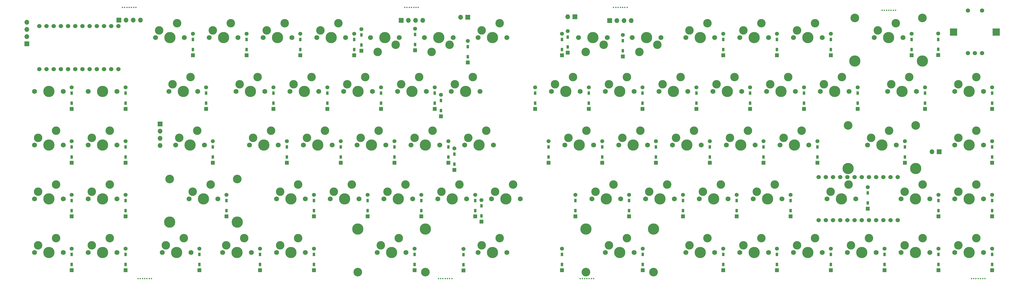
<source format=gts>
%TF.GenerationSoftware,KiCad,Pcbnew,8.0.8*%
%TF.CreationDate,2025-04-15T18:10:27+09:00*%
%TF.ProjectId,sswkbd_wiring,7373776b-6264-45f7-9769-72696e672e6b,rev?*%
%TF.SameCoordinates,Original*%
%TF.FileFunction,Soldermask,Top*%
%TF.FilePolarity,Negative*%
%FSLAX46Y46*%
G04 Gerber Fmt 4.6, Leading zero omitted, Abs format (unit mm)*
G04 Created by KiCad (PCBNEW 8.0.8) date 2025-04-15 18:10:27*
%MOMM*%
%LPD*%
G01*
G04 APERTURE LIST*
%ADD10R,1.397000X1.397000*%
%ADD11R,0.950000X1.300000*%
%ADD12C,1.397000*%
%ADD13C,1.750000*%
%ADD14C,3.000000*%
%ADD15C,3.987800*%
%ADD16C,3.048000*%
%ADD17C,0.500000*%
%ADD18R,1.700000X1.700000*%
%ADD19O,1.700000X1.700000*%
%ADD20C,1.524000*%
%ADD21R,2.500000X2.500000*%
%ADD22C,1.500000*%
G04 APERTURE END LIST*
D10*
%TO.C,D32*%
X366509249Y-98964950D03*
D11*
X366509249Y-96929950D03*
X366509249Y-93379950D03*
D12*
X366509249Y-91344950D03*
%TD*%
D13*
%TO.C,SW13*%
X296333000Y-73760000D03*
D14*
X297603000Y-71220000D03*
D15*
X301413000Y-73760000D03*
D14*
X303953000Y-68680000D03*
D13*
X306493000Y-73760000D03*
%TD*%
D10*
%TO.C,D67*%
X86461999Y-156014950D03*
D11*
X86461999Y-153979950D03*
X86461999Y-150429950D03*
D12*
X86461999Y-148394950D03*
%TD*%
D10*
%TO.C,D50*%
X60336999Y-137014950D03*
D11*
X60336999Y-134979950D03*
X60336999Y-131429950D03*
D12*
X60336999Y-129394950D03*
%TD*%
D10*
%TO.C,D73*%
X243034249Y-156014950D03*
D11*
X243034249Y-153979950D03*
X243034249Y-150429950D03*
D12*
X243034249Y-148394950D03*
%TD*%
D10*
%TO.C,D46*%
X304759249Y-117989950D03*
D11*
X304759249Y-115954950D03*
X304759249Y-112404950D03*
D12*
X304759249Y-110369950D03*
%TD*%
D13*
%TO.C,SW6*%
X176071250Y-73760000D03*
D14*
X174801250Y-76300000D03*
D15*
X170991250Y-73760000D03*
D14*
X168451250Y-78840000D03*
D13*
X165911250Y-73760000D03*
%TD*%
D10*
%TO.C,D38*%
X155361999Y-117989950D03*
D11*
X155361999Y-115954950D03*
X155361999Y-112404950D03*
D12*
X155361999Y-110369950D03*
%TD*%
D10*
%TO.C,D76*%
X309509249Y-156014950D03*
D11*
X309509249Y-153979950D03*
X309509249Y-150429950D03*
D12*
X309509249Y-148394950D03*
%TD*%
D10*
%TO.C,D74*%
X271509249Y-156014950D03*
D11*
X271509249Y-153979950D03*
X271509249Y-150429950D03*
D12*
X271509249Y-148394950D03*
%TD*%
D10*
%TO.C,D52*%
X126861999Y-137014950D03*
D11*
X126861999Y-134979950D03*
X126861999Y-131429950D03*
D12*
X126861999Y-129394950D03*
%TD*%
D10*
%TO.C,D39*%
X174361999Y-117989950D03*
D11*
X174361999Y-115954950D03*
X174361999Y-112404950D03*
D12*
X174361999Y-110369950D03*
%TD*%
D10*
%TO.C,D15*%
X347491000Y-79958000D03*
D11*
X347491000Y-77923000D03*
X347491000Y-74373000D03*
D12*
X347491000Y-72338000D03*
%TD*%
D10*
%TO.C,D44*%
X266759249Y-117989950D03*
D11*
X266759249Y-115954950D03*
X266759249Y-112404950D03*
D12*
X266759249Y-110369950D03*
%TD*%
D13*
%TO.C,SW50*%
X47160750Y-130760000D03*
D14*
X48430750Y-128220000D03*
D15*
X52240750Y-130760000D03*
D14*
X54780750Y-125680000D03*
D13*
X57320750Y-130760000D03*
%TD*%
%TO.C,SW28*%
X267833000Y-92760000D03*
D14*
X269103000Y-90220000D03*
D15*
X272913000Y-92760000D03*
D14*
X275453000Y-87680000D03*
D13*
X277993000Y-92760000D03*
%TD*%
%TO.C,SW75*%
X277333000Y-149760000D03*
D14*
X278603000Y-147220000D03*
D15*
X282413000Y-149760000D03*
D14*
X284953000Y-144680000D03*
D13*
X287493000Y-149760000D03*
%TD*%
D10*
%TO.C,D4*%
X141111999Y-79964950D03*
D11*
X141111999Y-77929950D03*
X141111999Y-74379950D03*
D12*
X141111999Y-72344950D03*
%TD*%
D13*
%TO.C,SW2*%
X89910750Y-73760000D03*
D14*
X91180750Y-71220000D03*
D15*
X94990750Y-73760000D03*
D14*
X97530750Y-68680000D03*
D13*
X100070750Y-73760000D03*
%TD*%
%TO.C,SW22*%
X156410750Y-92760000D03*
D14*
X157680750Y-90220000D03*
D15*
X161490750Y-92760000D03*
D14*
X164030750Y-87680000D03*
D13*
X166570750Y-92760000D03*
%TD*%
D10*
%TO.C,D43*%
X247759249Y-117989950D03*
D11*
X247759249Y-115954950D03*
X247759249Y-112404950D03*
D12*
X247759249Y-110369950D03*
%TD*%
D13*
%TO.C,SW53*%
X132660750Y-130760000D03*
D14*
X133930750Y-128220000D03*
D15*
X137740750Y-130760000D03*
D14*
X140280750Y-125680000D03*
D13*
X142820750Y-130760000D03*
%TD*%
%TO.C,SW66*%
X47160750Y-149760000D03*
D14*
X48430750Y-147220000D03*
D15*
X52240750Y-149760000D03*
D14*
X54780750Y-144680000D03*
D13*
X57320750Y-149760000D03*
%TD*%
D10*
%TO.C,D41*%
X209759249Y-117989950D03*
D11*
X209759249Y-115954950D03*
X209759249Y-112404950D03*
D12*
X209759249Y-110369950D03*
%TD*%
D10*
%TO.C,D1*%
X84111999Y-79964950D03*
D11*
X84111999Y-77929950D03*
X84111999Y-74379950D03*
D12*
X84111999Y-72344950D03*
%TD*%
D13*
%TO.C,SW18*%
X75660750Y-92760000D03*
D14*
X76930750Y-90220000D03*
D15*
X80740750Y-92760000D03*
D14*
X83280750Y-87680000D03*
D13*
X85820750Y-92760000D03*
%TD*%
%TO.C,SW26*%
X229833000Y-92760000D03*
D14*
X231103000Y-90220000D03*
D15*
X234913000Y-92760000D03*
D14*
X237453000Y-87680000D03*
D13*
X239993000Y-92760000D03*
%TD*%
D10*
%TO.C,D11*%
X271509249Y-79964950D03*
D11*
X271509249Y-77929950D03*
X271509249Y-74379950D03*
D12*
X271509249Y-72344950D03*
%TD*%
D13*
%TO.C,SW29*%
X286833000Y-92760000D03*
D14*
X288103000Y-90220000D03*
D15*
X291913000Y-92760000D03*
D14*
X294453000Y-87680000D03*
D13*
X296993000Y-92760000D03*
%TD*%
D10*
%TO.C,D51*%
X95961999Y-137014950D03*
D11*
X95961999Y-134979950D03*
X95961999Y-131429950D03*
D12*
X95961999Y-129394950D03*
%TD*%
D13*
%TO.C,SW67*%
X73285750Y-149760000D03*
D14*
X74555750Y-147220000D03*
D15*
X78365750Y-149760000D03*
D14*
X80905750Y-144680000D03*
D13*
X83445750Y-149760000D03*
%TD*%
%TO.C,SW77*%
X315333000Y-149760000D03*
D14*
X316603000Y-147220000D03*
D15*
X320413000Y-149760000D03*
D14*
X322953000Y-144680000D03*
D13*
X325493000Y-149760000D03*
%TD*%
D15*
%TO.C,SW73*%
X223000000Y-141505000D03*
D16*
X223000000Y-156745000D03*
D13*
X229858000Y-149760000D03*
D14*
X231128000Y-147220000D03*
D15*
X234938000Y-149760000D03*
D14*
X237478000Y-144680000D03*
D13*
X240018000Y-149760000D03*
D15*
X246876000Y-141505000D03*
D16*
X246876000Y-156745000D03*
%TD*%
D13*
%TO.C,SW43*%
X234583000Y-111760000D03*
D14*
X235853000Y-109220000D03*
D15*
X239663000Y-111760000D03*
D14*
X242203000Y-106680000D03*
D13*
X244743000Y-111760000D03*
%TD*%
D10*
%TO.C,D59*%
X257259249Y-137014950D03*
D11*
X257259249Y-134979950D03*
X257259249Y-131429950D03*
D12*
X257259249Y-129394950D03*
%TD*%
D10*
%TO.C,D9*%
X216600000Y-79110000D03*
D11*
X216600000Y-77075000D03*
X216600000Y-73525000D03*
D12*
X216600000Y-71490000D03*
%TD*%
D10*
%TO.C,D3*%
X122111999Y-79964950D03*
D11*
X122111999Y-77929950D03*
X122111999Y-74379950D03*
D12*
X122111999Y-72344950D03*
%TD*%
D17*
%TO.C,BT1*%
X69505796Y-158960000D03*
X68714129Y-158960000D03*
X67922463Y-158960000D03*
X67130796Y-158960000D03*
X66339129Y-158960000D03*
X65547463Y-158960000D03*
X64755796Y-158960000D03*
%TD*%
D15*
%TO.C,SW70*%
X142402750Y-141505000D03*
D16*
X142402750Y-156745000D03*
D13*
X149260750Y-149760000D03*
D14*
X150530750Y-147220000D03*
D15*
X154340750Y-149760000D03*
D14*
X156880750Y-144680000D03*
D13*
X159420750Y-149760000D03*
D15*
X166278750Y-141505000D03*
D16*
X166278750Y-156745000D03*
%TD*%
D13*
%TO.C,SW68*%
X94660750Y-149760000D03*
D14*
X95930750Y-147220000D03*
D15*
X99740750Y-149760000D03*
D14*
X102280750Y-144680000D03*
D13*
X104820750Y-149760000D03*
%TD*%
D10*
%TO.C,D42*%
X228759249Y-117989950D03*
D11*
X228759249Y-115954950D03*
X228759249Y-112404950D03*
D12*
X228759249Y-110369950D03*
%TD*%
D13*
%TO.C,SW23*%
X175410750Y-92760000D03*
D14*
X176680750Y-90220000D03*
D15*
X180490750Y-92760000D03*
D14*
X183030750Y-87680000D03*
D13*
X185570750Y-92760000D03*
%TD*%
%TO.C,SW76*%
X296333000Y-149760000D03*
D14*
X297603000Y-147220000D03*
D15*
X301413000Y-149760000D03*
D14*
X303953000Y-144680000D03*
D13*
X306493000Y-149760000D03*
%TD*%
D10*
%TO.C,D64*%
X366509249Y-137014950D03*
D11*
X366509249Y-134979950D03*
X366509249Y-131429950D03*
D12*
X366509249Y-129394950D03*
%TD*%
D10*
%TO.C,D23*%
X171795000Y-101590000D03*
D11*
X171795000Y-99555000D03*
X171795000Y-96005000D03*
D12*
X171795000Y-93970000D03*
%TD*%
D10*
%TO.C,D33*%
X41336999Y-117989950D03*
D11*
X41336999Y-115954950D03*
X41336999Y-112404950D03*
D12*
X41336999Y-110369950D03*
%TD*%
D17*
%TO.C,BT1*%
X363956796Y-158960000D03*
X363165129Y-158960000D03*
X362373463Y-158960000D03*
X361581796Y-158960000D03*
X360790129Y-158960000D03*
X359998463Y-158960000D03*
X359206796Y-158960000D03*
%TD*%
D18*
%TO.C,J4*%
X347775000Y-114100000D03*
D19*
X345235000Y-114100000D03*
%TD*%
D13*
%TO.C,SW10*%
X249493000Y-73760000D03*
D14*
X248223000Y-76300000D03*
D15*
X244413000Y-73760000D03*
D14*
X241873000Y-78840000D03*
D13*
X239333000Y-73760000D03*
%TD*%
%TO.C,SW79*%
X353333000Y-149760000D03*
D14*
X354603000Y-147220000D03*
D15*
X358413000Y-149760000D03*
D14*
X360953000Y-144680000D03*
D13*
X363493000Y-149760000D03*
%TD*%
%TO.C,SW78*%
X334333000Y-149760000D03*
D14*
X335603000Y-147220000D03*
D15*
X339413000Y-149760000D03*
D14*
X341953000Y-144680000D03*
D13*
X344493000Y-149760000D03*
%TD*%
D10*
%TO.C,D8*%
X214509249Y-79964950D03*
D11*
X214509249Y-77929950D03*
X214509249Y-74379950D03*
D12*
X214509249Y-72344950D03*
%TD*%
D10*
%TO.C,D45*%
X285759249Y-117989950D03*
D11*
X285759249Y-115954950D03*
X285759249Y-112404950D03*
D12*
X285759249Y-110369950D03*
%TD*%
D10*
%TO.C,D65*%
X41336999Y-156014950D03*
D11*
X41336999Y-153979950D03*
X41336999Y-150429950D03*
D12*
X41336999Y-148394950D03*
%TD*%
D10*
%TO.C,D70*%
X162461999Y-156014950D03*
D11*
X162461999Y-153979950D03*
X162461999Y-150429950D03*
D12*
X162461999Y-148394950D03*
%TD*%
D13*
%TO.C,SW16*%
X28160750Y-92760000D03*
D15*
X33240750Y-92760000D03*
D13*
X38320750Y-92760000D03*
%TD*%
D10*
%TO.C,D24*%
X205009249Y-98964950D03*
D11*
X205009249Y-96929950D03*
X205009249Y-93379950D03*
D12*
X205009249Y-91344950D03*
%TD*%
D13*
%TO.C,SW65*%
X28160750Y-149760000D03*
D14*
X29430750Y-147220000D03*
D15*
X33240750Y-149760000D03*
D14*
X35780750Y-144680000D03*
D13*
X38320750Y-149760000D03*
%TD*%
%TO.C,SW58*%
X225083000Y-130760000D03*
D14*
X226353000Y-128220000D03*
D15*
X230163000Y-130760000D03*
D14*
X232703000Y-125680000D03*
D13*
X235243000Y-130760000D03*
%TD*%
D10*
%TO.C,D26*%
X243009249Y-98964950D03*
D11*
X243009249Y-96929950D03*
X243009249Y-93379950D03*
D12*
X243009249Y-91344950D03*
%TD*%
D18*
%TO.C,RST*%
X181275000Y-66500000D03*
D19*
X178735000Y-66500000D03*
%TD*%
D17*
%TO.C,BT1*%
X327634404Y-64100000D03*
X328426071Y-64100000D03*
X329217737Y-64100000D03*
X330009404Y-64100000D03*
X330801071Y-64100000D03*
X331592737Y-64100000D03*
X332384404Y-64100000D03*
%TD*%
D10*
%TO.C,D6*%
X162600000Y-78210000D03*
D11*
X162600000Y-76175000D03*
X162600000Y-72625000D03*
D12*
X162600000Y-70590000D03*
%TD*%
D10*
%TO.C,D14*%
X338034249Y-79964950D03*
D11*
X338034249Y-77929950D03*
X338034249Y-74379950D03*
D12*
X338034249Y-72344950D03*
%TD*%
D10*
%TO.C,D12*%
X290509249Y-79964950D03*
D11*
X290509249Y-77929950D03*
X290509249Y-74379950D03*
D12*
X290509249Y-72344950D03*
%TD*%
D13*
%TO.C,SW59*%
X244083000Y-130760000D03*
D14*
X245353000Y-128220000D03*
D15*
X249163000Y-130760000D03*
D14*
X251703000Y-125680000D03*
D13*
X254243000Y-130760000D03*
%TD*%
%TO.C,SW64*%
X353333000Y-130760000D03*
D14*
X354603000Y-128220000D03*
D15*
X358413000Y-130760000D03*
D14*
X360953000Y-125680000D03*
D13*
X363493000Y-130760000D03*
%TD*%
D16*
%TO.C,SW14*%
X317975000Y-66775000D03*
D15*
X317975000Y-82015000D03*
D13*
X324833000Y-73760000D03*
D14*
X326103000Y-71220000D03*
D15*
X329913000Y-73760000D03*
D14*
X332453000Y-68680000D03*
D13*
X334993000Y-73760000D03*
D16*
X341851000Y-66775000D03*
D15*
X341851000Y-82015000D03*
%TD*%
D18*
%TO.C,USB_PRO_MICRO1*%
X72567800Y-104267000D03*
D19*
X72567800Y-106807000D03*
X72567800Y-109347000D03*
X72567800Y-111887000D03*
%TD*%
D13*
%TO.C,SW63*%
X334333000Y-130760000D03*
D14*
X335603000Y-128220000D03*
D15*
X339413000Y-130760000D03*
D14*
X341953000Y-125680000D03*
D13*
X344493000Y-130760000D03*
%TD*%
D10*
%TO.C,D36*%
X117361999Y-117989950D03*
D11*
X117361999Y-115954950D03*
X117361999Y-112404950D03*
D12*
X117361999Y-110369950D03*
%TD*%
D10*
%TO.C,D29*%
X300009249Y-98964950D03*
D11*
X300009249Y-96929950D03*
X300009249Y-93379950D03*
D12*
X300009249Y-91344950D03*
%TD*%
D13*
%TO.C,SW38*%
X142160750Y-111760000D03*
D14*
X143430750Y-109220000D03*
D15*
X147240750Y-111760000D03*
D14*
X149780750Y-106680000D03*
D13*
X152320750Y-111760000D03*
%TD*%
%TO.C,SW69*%
X113660750Y-149760000D03*
D14*
X114930750Y-147220000D03*
D15*
X118740750Y-149760000D03*
D14*
X121280750Y-144680000D03*
D13*
X123820750Y-149760000D03*
%TD*%
D10*
%TO.C,D69*%
X126861999Y-156014950D03*
D11*
X126861999Y-153979950D03*
X126861999Y-150429950D03*
D12*
X126861999Y-148394950D03*
%TD*%
D13*
%TO.C,SW60*%
X263083000Y-130760000D03*
D14*
X264353000Y-128220000D03*
D15*
X268163000Y-130760000D03*
D14*
X270703000Y-125680000D03*
D13*
X273243000Y-130760000D03*
%TD*%
%TO.C,SW9*%
X230493000Y-73760000D03*
D14*
X229223000Y-76300000D03*
D15*
X225413000Y-73760000D03*
D14*
X222873000Y-78840000D03*
D13*
X220333000Y-73760000D03*
%TD*%
D16*
%TO.C,SW51*%
X75927750Y-123775000D03*
D15*
X75927750Y-139015000D03*
D13*
X82785750Y-130760000D03*
D14*
X84055750Y-128220000D03*
D15*
X87865750Y-130760000D03*
D14*
X90405750Y-125680000D03*
D13*
X92945750Y-130760000D03*
D16*
X99803750Y-123775000D03*
D15*
X99803750Y-139015000D03*
%TD*%
D10*
%TO.C,D20*%
X131611999Y-98964950D03*
D11*
X131611999Y-96929950D03*
X131611999Y-93379950D03*
D12*
X131611999Y-91344950D03*
%TD*%
D13*
%TO.C,SW12*%
X277333000Y-73760000D03*
D14*
X278603000Y-71220000D03*
D15*
X282413000Y-73760000D03*
D14*
X284953000Y-68680000D03*
D13*
X287493000Y-73760000D03*
%TD*%
%TO.C,SW49*%
X28160750Y-130760000D03*
D14*
X29430750Y-128220000D03*
D15*
X33240750Y-130760000D03*
D14*
X35780750Y-125680000D03*
D13*
X38320750Y-130760000D03*
%TD*%
D10*
%TO.C,D47*%
X335659249Y-117989950D03*
D11*
X335659249Y-115954950D03*
X335659249Y-112404950D03*
D12*
X335659249Y-110369950D03*
%TD*%
D13*
%TO.C,SW27*%
X248833000Y-92760000D03*
D14*
X250103000Y-90220000D03*
D15*
X253913000Y-92760000D03*
D14*
X256453000Y-87680000D03*
D13*
X258993000Y-92760000D03*
%TD*%
%TO.C,SW56*%
X189660750Y-130760000D03*
D14*
X190930750Y-128220000D03*
D15*
X194740750Y-130760000D03*
D14*
X197280750Y-125680000D03*
D13*
X199820750Y-130760000D03*
%TD*%
D10*
%TO.C,D62*%
X322550000Y-134260000D03*
D11*
X322550000Y-132225000D03*
X322550000Y-128675000D03*
D12*
X322550000Y-126640000D03*
%TD*%
D13*
%TO.C,SW7*%
X184910750Y-73760000D03*
D14*
X186180750Y-71220000D03*
D15*
X189990750Y-73760000D03*
D14*
X192530750Y-68680000D03*
D13*
X195070750Y-73760000D03*
%TD*%
D10*
%TO.C,D48*%
X366509249Y-117989950D03*
D11*
X366509249Y-115954950D03*
X366509249Y-112404950D03*
D12*
X366509249Y-110369950D03*
%TD*%
D13*
%TO.C,SW39*%
X161160750Y-111760000D03*
D14*
X162430750Y-109220000D03*
D15*
X166240750Y-111760000D03*
D14*
X168780750Y-106680000D03*
D13*
X171320750Y-111760000D03*
%TD*%
%TO.C,SW4*%
X127910750Y-73760000D03*
D14*
X129180750Y-71220000D03*
D15*
X132990750Y-73760000D03*
D14*
X135530750Y-68680000D03*
D13*
X138070750Y-73760000D03*
%TD*%
D10*
%TO.C,D22*%
X169611999Y-98964950D03*
D11*
X169611999Y-96929950D03*
X169611999Y-93379950D03*
D12*
X169611999Y-91344950D03*
%TD*%
D10*
%TO.C,D16*%
X41336999Y-98964950D03*
D11*
X41336999Y-96929950D03*
X41336999Y-93379950D03*
D12*
X41336999Y-91344950D03*
%TD*%
D16*
%TO.C,SW47*%
X315600000Y-104775000D03*
D15*
X315600000Y-120015000D03*
D13*
X322458000Y-111760000D03*
D14*
X323728000Y-109220000D03*
D15*
X327538000Y-111760000D03*
D14*
X330078000Y-106680000D03*
D13*
X332618000Y-111760000D03*
D16*
X339476000Y-104775000D03*
D15*
X339476000Y-120015000D03*
%TD*%
D17*
%TO.C,BT1*%
X175641196Y-158960000D03*
X174849529Y-158960000D03*
X174057863Y-158960000D03*
X173266196Y-158960000D03*
X172474529Y-158960000D03*
X171682863Y-158960000D03*
X170891196Y-158960000D03*
%TD*%
D13*
%TO.C,SW17*%
X47160750Y-92760000D03*
D15*
X52240750Y-92760000D03*
D13*
X57320750Y-92760000D03*
%TD*%
D10*
%TO.C,D49*%
X41336999Y-137014950D03*
D11*
X41336999Y-134979950D03*
X41336999Y-131429950D03*
D12*
X41336999Y-129394950D03*
%TD*%
D10*
%TO.C,D25*%
X224009249Y-98964950D03*
D11*
X224009249Y-96929950D03*
X224009249Y-93379950D03*
D12*
X224009249Y-91344950D03*
%TD*%
D10*
%TO.C,D53*%
X145861999Y-137014950D03*
D11*
X145861999Y-134979950D03*
X145861999Y-131429950D03*
D12*
X145861999Y-129394950D03*
%TD*%
D10*
%TO.C,D28*%
X281009249Y-98964950D03*
D11*
X281009249Y-96929950D03*
X281009249Y-93379950D03*
D12*
X281009249Y-91344950D03*
%TD*%
D17*
%TO.C,BT1*%
X225704596Y-158960000D03*
X224912929Y-158960000D03*
X224121263Y-158960000D03*
X223329596Y-158960000D03*
X222537929Y-158960000D03*
X221746263Y-158960000D03*
X220954596Y-158960000D03*
%TD*%
D10*
%TO.C,D7*%
X181255000Y-82565000D03*
D11*
X181255000Y-80530000D03*
X181255000Y-76980000D03*
D12*
X181255000Y-74945000D03*
%TD*%
D10*
%TO.C,D61*%
X295259249Y-137014950D03*
D11*
X295259249Y-134979950D03*
X295259249Y-131429950D03*
D12*
X295259249Y-129394950D03*
%TD*%
D10*
%TO.C,D37*%
X136361999Y-117989950D03*
D11*
X136361999Y-115954950D03*
X136361999Y-112404950D03*
D12*
X136361999Y-110369950D03*
%TD*%
D13*
%TO.C,SW19*%
X99410750Y-92760000D03*
D14*
X100680750Y-90220000D03*
D15*
X104490750Y-92760000D03*
D14*
X107030750Y-87680000D03*
D13*
X109570750Y-92760000D03*
%TD*%
D18*
%TO.C,USB_SPLIT_R*%
X231340000Y-67700000D03*
D19*
X233880000Y-67700000D03*
X236420000Y-67700000D03*
X238960000Y-67700000D03*
%TD*%
D10*
%TO.C,D77*%
X328509249Y-156014950D03*
D11*
X328509249Y-153979950D03*
X328509249Y-150429950D03*
D12*
X328509249Y-148394950D03*
%TD*%
D20*
%TO.C,U2*%
X305200000Y-123090000D03*
X307740000Y-123090000D03*
X310280000Y-123090000D03*
X312820000Y-123090000D03*
X315360000Y-123090000D03*
X317900000Y-123090000D03*
X320440000Y-123090000D03*
X322980000Y-123090000D03*
X325520000Y-123090000D03*
X328060000Y-123090000D03*
X330600000Y-123090000D03*
X333140000Y-123090000D03*
X333140000Y-138310000D03*
X330600000Y-138310000D03*
X328060000Y-138310000D03*
X325520000Y-138310000D03*
X322980000Y-138310000D03*
X320440000Y-138310000D03*
X317900000Y-138310000D03*
X315360000Y-138310000D03*
X312820000Y-138310000D03*
X310280000Y-138310000D03*
X307740000Y-138310000D03*
X305200000Y-138310000D03*
%TD*%
D10*
%TO.C,D10*%
X236000000Y-80410000D03*
D11*
X236000000Y-78375000D03*
X236000000Y-74825000D03*
D12*
X236000000Y-72790000D03*
%TD*%
D10*
%TO.C,D57*%
X219259249Y-137014950D03*
D11*
X219259249Y-134979950D03*
X219259249Y-131429950D03*
D12*
X219259249Y-129394950D03*
%TD*%
D13*
%TO.C,SW36*%
X104160750Y-111760000D03*
D14*
X105430750Y-109220000D03*
D15*
X109240750Y-111760000D03*
D14*
X111780750Y-106680000D03*
D13*
X114320750Y-111760000D03*
%TD*%
D18*
%TO.C,USB_main1*%
X58017750Y-67535000D03*
D19*
X60557750Y-67535000D03*
X63097750Y-67535000D03*
X65637750Y-67535000D03*
%TD*%
D13*
%TO.C,SW55*%
X170660750Y-130760000D03*
D14*
X171930750Y-128220000D03*
D15*
X175740750Y-130760000D03*
D14*
X178280750Y-125680000D03*
D13*
X180820750Y-130760000D03*
%TD*%
D10*
%TO.C,D75*%
X290509249Y-156014950D03*
D11*
X290509249Y-153979950D03*
X290509249Y-150429950D03*
D12*
X290509249Y-148394950D03*
%TD*%
D10*
%TO.C,D56*%
X186040000Y-138830000D03*
D11*
X186040000Y-136795000D03*
X186040000Y-133245000D03*
D12*
X186040000Y-131210000D03*
%TD*%
D13*
%TO.C,SW62*%
X308208000Y-130760000D03*
D14*
X309478000Y-128220000D03*
D15*
X313288000Y-130760000D03*
D14*
X315828000Y-125680000D03*
D13*
X318368000Y-130760000D03*
%TD*%
%TO.C,SW31*%
X329583000Y-92760000D03*
D14*
X330853000Y-90220000D03*
D15*
X334663000Y-92760000D03*
D14*
X337203000Y-87680000D03*
D13*
X339743000Y-92760000D03*
%TD*%
D18*
%TO.C,USB_SPLIT_L*%
X157706250Y-67635000D03*
D19*
X160246250Y-67635000D03*
X162786250Y-67635000D03*
X165326250Y-67635000D03*
%TD*%
D18*
%TO.C,OLED*%
X25450750Y-75962370D03*
D19*
X25450750Y-73422370D03*
X25450750Y-70882370D03*
X25450750Y-68342370D03*
%TD*%
D10*
%TO.C,D60*%
X276259249Y-137014950D03*
D11*
X276259249Y-134979950D03*
X276259249Y-131429950D03*
D12*
X276259249Y-129394950D03*
%TD*%
D10*
%TO.C,D5*%
X143637000Y-78356000D03*
D11*
X143637000Y-76321000D03*
X143637000Y-72771000D03*
D12*
X143637000Y-70736000D03*
%TD*%
D13*
%TO.C,SW61*%
X282083000Y-130760000D03*
D14*
X283353000Y-128220000D03*
D15*
X287163000Y-130760000D03*
D14*
X289703000Y-125680000D03*
D13*
X292243000Y-130760000D03*
%TD*%
D10*
%TO.C,D35*%
X91211999Y-117989950D03*
D11*
X91211999Y-115954950D03*
X91211999Y-112404950D03*
D12*
X91211999Y-110369950D03*
%TD*%
D13*
%TO.C,SW48*%
X353333000Y-111760000D03*
D14*
X354603000Y-109220000D03*
D15*
X358413000Y-111760000D03*
D14*
X360953000Y-106680000D03*
D13*
X363493000Y-111760000D03*
%TD*%
D10*
%TO.C,D21*%
X150611999Y-98964950D03*
D11*
X150611999Y-96929950D03*
X150611999Y-93379950D03*
D12*
X150611999Y-91344950D03*
%TD*%
D13*
%TO.C,SW5*%
X157071250Y-73760000D03*
D14*
X155801250Y-76300000D03*
D15*
X151991250Y-73760000D03*
D14*
X149451250Y-78840000D03*
D13*
X146911250Y-73760000D03*
%TD*%
D10*
%TO.C,D13*%
X309509249Y-79964950D03*
D11*
X309509249Y-77929950D03*
X309509249Y-74379950D03*
D12*
X309509249Y-72344950D03*
%TD*%
D13*
%TO.C,SW52*%
X113660750Y-130760000D03*
D14*
X114930750Y-128220000D03*
D15*
X118740750Y-130760000D03*
D14*
X121280750Y-125680000D03*
D13*
X123820750Y-130760000D03*
%TD*%
D10*
%TO.C,D18*%
X88836999Y-98964950D03*
D11*
X88836999Y-96929950D03*
X88836999Y-93379950D03*
D12*
X88836999Y-91344950D03*
%TD*%
D13*
%TO.C,SW54*%
X151660750Y-130760000D03*
D14*
X152930750Y-128220000D03*
D15*
X156740750Y-130760000D03*
D14*
X159280750Y-125680000D03*
D13*
X161820750Y-130760000D03*
%TD*%
%TO.C,SW33*%
X28160750Y-111760000D03*
D14*
X29430750Y-109220000D03*
D15*
X33240750Y-111760000D03*
D14*
X35780750Y-106680000D03*
D13*
X38320750Y-111760000D03*
%TD*%
D10*
%TO.C,D27*%
X262009249Y-98964950D03*
D11*
X262009249Y-96929950D03*
X262009249Y-93379950D03*
D12*
X262009249Y-91344950D03*
%TD*%
D13*
%TO.C,SW37*%
X123160750Y-111760000D03*
D14*
X124430750Y-109220000D03*
D15*
X128240750Y-111760000D03*
D14*
X130780750Y-106680000D03*
D13*
X133320750Y-111760000D03*
%TD*%
%TO.C,SW1*%
X70910750Y-73760000D03*
D14*
X72180750Y-71220000D03*
D15*
X75990750Y-73760000D03*
D14*
X78530750Y-68680000D03*
D13*
X81070750Y-73760000D03*
%TD*%
D10*
%TO.C,D55*%
X183861999Y-137014950D03*
D11*
X183861999Y-134979950D03*
X183861999Y-131429950D03*
D12*
X183861999Y-129394950D03*
%TD*%
D13*
%TO.C,SW30*%
X305833000Y-92760000D03*
D14*
X307103000Y-90220000D03*
D15*
X310913000Y-92760000D03*
D14*
X313453000Y-87680000D03*
D13*
X315993000Y-92760000D03*
%TD*%
D10*
%TO.C,D54*%
X164861999Y-137014950D03*
D11*
X164861999Y-134979950D03*
X164861999Y-131429950D03*
D12*
X164861999Y-129394950D03*
%TD*%
D13*
%TO.C,SW32*%
X353333000Y-92760000D03*
D14*
X354603000Y-90220000D03*
D15*
X358413000Y-92760000D03*
D14*
X360953000Y-87680000D03*
D13*
X363493000Y-92760000D03*
%TD*%
D17*
%TO.C,BT1*%
X158997004Y-63100000D03*
X159788671Y-63100000D03*
X160580337Y-63100000D03*
X161372004Y-63100000D03*
X162163671Y-63100000D03*
X162955337Y-63100000D03*
X163747004Y-63100000D03*
%TD*%
D13*
%TO.C,SW71*%
X184910750Y-149760000D03*
D14*
X186180750Y-147220000D03*
D15*
X189990750Y-149760000D03*
D14*
X192530750Y-144680000D03*
D13*
X195070750Y-149760000D03*
%TD*%
%TO.C,SW11*%
X258333000Y-73760000D03*
D14*
X259603000Y-71220000D03*
D15*
X263413000Y-73760000D03*
D14*
X265953000Y-68680000D03*
D13*
X268493000Y-73760000D03*
%TD*%
%TO.C,SW21*%
X137410750Y-92760000D03*
D14*
X138680750Y-90220000D03*
D15*
X142490750Y-92760000D03*
D14*
X145030750Y-87680000D03*
D13*
X147570750Y-92760000D03*
%TD*%
D10*
%TO.C,D2*%
X103111999Y-79964950D03*
D11*
X103111999Y-77929950D03*
X103111999Y-74379950D03*
D12*
X103111999Y-72344950D03*
%TD*%
D13*
%TO.C,SW25*%
X210833000Y-92760000D03*
D14*
X212103000Y-90220000D03*
D15*
X215913000Y-92760000D03*
D14*
X218453000Y-87680000D03*
D13*
X220993000Y-92760000D03*
%TD*%
D10*
%TO.C,D79*%
X366509249Y-156014950D03*
D11*
X366509249Y-153979950D03*
X366509249Y-150429950D03*
D12*
X366509249Y-148394950D03*
%TD*%
D13*
%TO.C,SW40*%
X180160750Y-111760000D03*
D14*
X181430750Y-109220000D03*
D15*
X185240750Y-111760000D03*
D14*
X187780750Y-106680000D03*
D13*
X190320750Y-111760000D03*
%TD*%
D18*
%TO.C,RST*%
X219075000Y-66400000D03*
D19*
X216535000Y-66400000D03*
%TD*%
D10*
%TO.C,D78*%
X347509249Y-156014950D03*
D11*
X347509249Y-153979950D03*
X347509249Y-150429950D03*
D12*
X347509249Y-148394950D03*
%TD*%
D13*
%TO.C,SW20*%
X118410750Y-92760000D03*
D14*
X119680750Y-90220000D03*
D15*
X123490750Y-92760000D03*
D14*
X126030750Y-87680000D03*
D13*
X128570750Y-92760000D03*
%TD*%
%TO.C,SW35*%
X78035750Y-111760000D03*
D14*
X79305750Y-109220000D03*
D15*
X83115750Y-111760000D03*
D14*
X85655750Y-106680000D03*
D13*
X88195750Y-111760000D03*
%TD*%
D20*
%TO.C,U1*%
X57847000Y-84908600D03*
X55307000Y-84908600D03*
X52767000Y-84908600D03*
X50227000Y-84908600D03*
X47687000Y-84908600D03*
X45147000Y-84908600D03*
X42607000Y-84908600D03*
X40067000Y-84908600D03*
X37527000Y-84908600D03*
X34987000Y-84908600D03*
X32447000Y-84908600D03*
X29907000Y-84908600D03*
X29907000Y-69688600D03*
X32447000Y-69688600D03*
X34987000Y-69688600D03*
X37527000Y-69688600D03*
X40067000Y-69688600D03*
X42607000Y-69688600D03*
X45147000Y-69688600D03*
X47687000Y-69688600D03*
X50227000Y-69688600D03*
X52767000Y-69688600D03*
X55307000Y-69688600D03*
X57847000Y-69688600D03*
%TD*%
D17*
%TO.C,BT1*%
X59247004Y-63100000D03*
X60038671Y-63100000D03*
X60830337Y-63100000D03*
X61622004Y-63100000D03*
X62413671Y-63100000D03*
X63205337Y-63100000D03*
X63997004Y-63100000D03*
%TD*%
D13*
%TO.C,SW34*%
X47160750Y-111760000D03*
D14*
X48430750Y-109220000D03*
D15*
X52240750Y-111760000D03*
D14*
X54780750Y-106680000D03*
D13*
X57320750Y-111760000D03*
%TD*%
D10*
%TO.C,D34*%
X60336999Y-117989950D03*
D11*
X60336999Y-115954950D03*
X60336999Y-112404950D03*
D12*
X60336999Y-110369950D03*
%TD*%
D10*
%TO.C,D71*%
X179695000Y-156115000D03*
D11*
X179695000Y-154080000D03*
X179695000Y-150530000D03*
D12*
X179695000Y-148495000D03*
%TD*%
D13*
%TO.C,SW44*%
X253583000Y-111760000D03*
D14*
X254853000Y-109220000D03*
D15*
X258663000Y-111760000D03*
D14*
X261203000Y-106680000D03*
D13*
X263743000Y-111760000D03*
%TD*%
D10*
%TO.C,D58*%
X238259249Y-137014950D03*
D11*
X238259249Y-134979950D03*
X238259249Y-131429950D03*
D12*
X238259249Y-129394950D03*
%TD*%
D13*
%TO.C,SW74*%
X258333000Y-149760000D03*
D14*
X259603000Y-147220000D03*
D15*
X263413000Y-149760000D03*
D14*
X265953000Y-144680000D03*
D13*
X268493000Y-149760000D03*
%TD*%
%TO.C,SW42*%
X215583000Y-111760000D03*
D14*
X216853000Y-109220000D03*
D15*
X220663000Y-111760000D03*
D14*
X223203000Y-106680000D03*
D13*
X225743000Y-111760000D03*
%TD*%
D10*
%TO.C,D31*%
X342784249Y-98964950D03*
D11*
X342784249Y-96929950D03*
X342784249Y-93379950D03*
D12*
X342784249Y-91344950D03*
%TD*%
D13*
%TO.C,SW3*%
X108910750Y-73760000D03*
D14*
X110180750Y-71220000D03*
D15*
X113990750Y-73760000D03*
D14*
X116530750Y-68680000D03*
D13*
X119070750Y-73760000D03*
%TD*%
D10*
%TO.C,D68*%
X107861999Y-156014950D03*
D11*
X107861999Y-153979950D03*
X107861999Y-150429950D03*
D12*
X107861999Y-148394950D03*
%TD*%
D10*
%TO.C,D19*%
X112611999Y-98964950D03*
D11*
X112611999Y-96929950D03*
X112611999Y-93379950D03*
D12*
X112611999Y-91344950D03*
%TD*%
D10*
%TO.C,D17*%
X60336999Y-98964950D03*
D11*
X60336999Y-96929950D03*
X60336999Y-93379950D03*
D12*
X60336999Y-91344950D03*
%TD*%
D17*
%TO.C,BT1*%
X232775004Y-63100000D03*
X233566671Y-63100000D03*
X234358337Y-63100000D03*
X235150004Y-63100000D03*
X235941671Y-63100000D03*
X236733337Y-63100000D03*
X237525004Y-63100000D03*
%TD*%
D10*
%TO.C,D72*%
X214509249Y-156014950D03*
D11*
X214509249Y-153979950D03*
X214509249Y-150429950D03*
D12*
X214509249Y-148394950D03*
%TD*%
D13*
%TO.C,SW45*%
X272583000Y-111760000D03*
D14*
X273853000Y-109220000D03*
D15*
X277663000Y-111760000D03*
D14*
X280203000Y-106680000D03*
D13*
X282743000Y-111760000D03*
%TD*%
D10*
%TO.C,D30*%
X319009249Y-98964950D03*
D11*
X319009249Y-96929950D03*
X319009249Y-93379950D03*
D12*
X319009249Y-91344950D03*
%TD*%
D10*
%TO.C,D63*%
X347509249Y-137014950D03*
D11*
X347509249Y-134979950D03*
X347509249Y-131429950D03*
D12*
X347509249Y-129394950D03*
%TD*%
D13*
%TO.C,SW46*%
X291583000Y-111760000D03*
D14*
X292853000Y-109220000D03*
D15*
X296663000Y-111760000D03*
D14*
X299203000Y-106680000D03*
D13*
X301743000Y-111760000D03*
%TD*%
D10*
%TO.C,D40*%
X176525000Y-120560000D03*
D11*
X176525000Y-118525000D03*
X176525000Y-114975000D03*
D12*
X176525000Y-112940000D03*
%TD*%
D10*
%TO.C,D66*%
X60336999Y-156014950D03*
D11*
X60336999Y-153979950D03*
X60336999Y-150429950D03*
D12*
X60336999Y-148394950D03*
%TD*%
D21*
%TO.C,ENC*%
X367913000Y-71760000D03*
X352913000Y-71760000D03*
D22*
X357913000Y-79260000D03*
X362913000Y-79260000D03*
X360413000Y-79260000D03*
X362913000Y-64160000D03*
X357913000Y-64160000D03*
%TD*%
M02*

</source>
